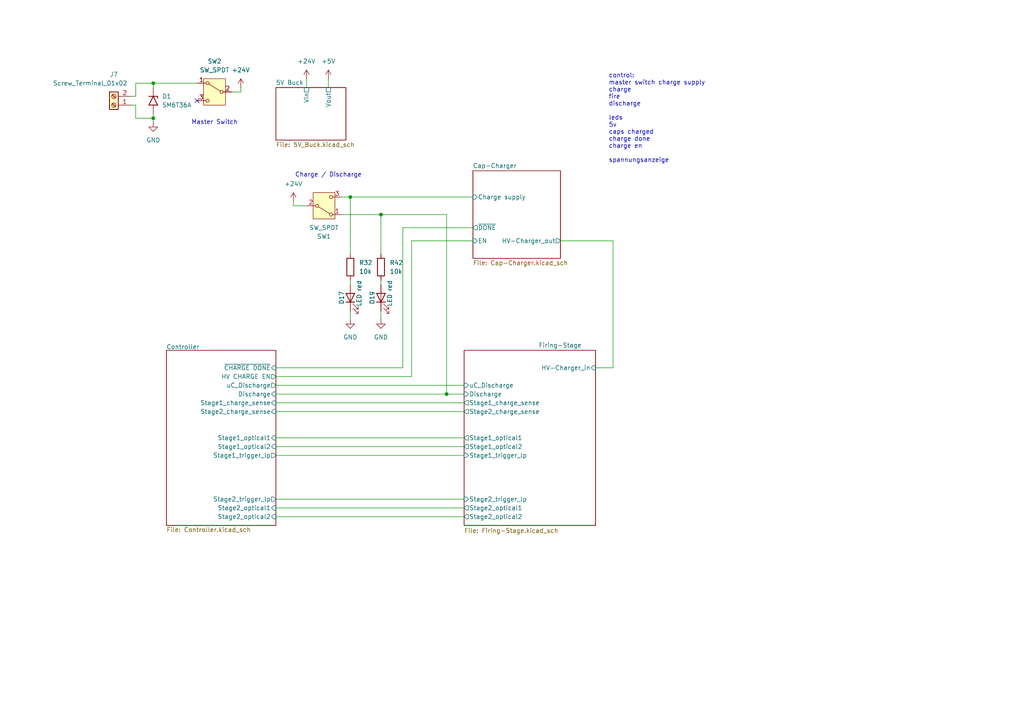
<source format=kicad_sch>
(kicad_sch (version 20250114) (generator "eeschema") (generator_version "9.0")
  (paper "A4")
  (lib_symbols
    (symbol "Connector:Screw_Terminal_01x02" (pin_names (offset 1.016) (hide yes))
      (property "Reference" "J" (at 0 2.54 0))
      (property "Value" "Screw_Terminal_01x02" (at 0 -5.08 0))
      (symbol "Screw_Terminal_01x02_1_1"
        (rectangle (start -1.27 1.27) (end 1.27 -3.81) (stroke (width 0.254)) (fill (type background)))
        (polyline (pts (xy -0.5334 0.3302) (xy 0.3302 -0.508)) (stroke (width 0.1524)))
        (polyline (pts (xy -0.5334 -2.2098) (xy 0.3302 -3.048)) (stroke (width 0.1524)))
        (polyline (pts (xy -0.3556 0.508) (xy 0.508 -0.3302)) (stroke (width 0.1524)))
        (polyline (pts (xy -0.3556 -2.032) (xy 0.508 -2.8702)) (stroke (width 0.1524)))
        (circle (center 0 0) (radius 0.635) (stroke (width 0.1524)))
        (circle (center 0 -2.54) (radius 0.635) (stroke (width 0.1524)))
        (pin passive line (at -5.08 0 0) (length 3.81) (name "Pin_1") (number "1"))
        (pin passive line (at -5.08 -2.54 0) (length 3.81) (name "Pin_2") (number "2"))
      )
    )
    (symbol "Device:LED" (pin_numbers (hide yes)) (pin_names (offset 1.016) (hide yes))
      (property "Reference" "D" (at 0 2.54 0))
      (property "Value" "LED" (at 0 -2.54 0))
      (symbol "LED_0_1"
        (polyline (pts (xy -3.048 -0.762) (xy -4.572 -2.286) (xy -3.81 -2.286) (xy -4.572 -2.286) (xy -4.572 -1.524)))
        (polyline (pts (xy -1.778 -0.762) (xy -3.302 -2.286) (xy -2.54 -2.286) (xy -3.302 -2.286) (xy -3.302 -1.524)))
        (polyline (pts (xy -1.27 0) (xy 1.27 0)))
        (polyline (pts (xy -1.27 -1.27) (xy -1.27 1.27)) (stroke (width 0.254)))
        (polyline (pts (xy 1.27 -1.27) (xy 1.27 1.27) (xy -1.27 0) (xy 1.27 -1.27)) (stroke (width 0.254)))
      )
      (symbol "LED_1_1"
        (pin passive line (at -3.81 0 0) (length 2.54) (name "K") (number "1"))
        (pin passive line (at 3.81 0 180) (length 2.54) (name "A") (number "2"))
      )
    )
    (symbol "Device:R" (pin_numbers (hide yes)) (pin_names (offset 0))
      (property "Reference" "R" (at 2.032 0 90))
      (property "Value" "R" (at 0 0 90))
      (symbol "R_0_1"
        (rectangle (start -1.016 -2.54) (end 1.016 2.54) (stroke (width 0.254)))
      )
      (symbol "R_1_1"
        (pin passive line (at 0 3.81 270) (length 1.27) (name "~") (number "1"))
        (pin passive line (at 0 -3.81 90) (length 1.27) (name "~") (number "2"))
      )
    )
    (symbol "Diode:SM6T36A" (pin_numbers (hide yes)) (pin_names (offset 1.016) (hide yes))
      (property "Reference" "D" (at 0 2.54 0))
      (property "Value" "SM6T36A" (at 0 -2.54 0))
      (symbol "SM6T36A_0_1"
        (polyline (pts (xy -0.762 1.27) (xy -1.27 1.27) (xy -1.27 -1.27)) (stroke (width 0.254)))
        (polyline (pts (xy 1.27 1.27) (xy 1.27 -1.27) (xy -1.27 0) (xy 1.27 1.27)) (stroke (width 0.254)))
      )
      (symbol "SM6T36A_1_1"
        (pin passive line (at -3.81 0 0) (length 2.54) (name "A1") (number "1"))
        (pin passive line (at 3.81 0 180) (length 2.54) (name "A2") (number "2"))
      )
    )
    (symbol "Switch:SW_SPDT" (pin_names (offset 0) (hide yes))
      (property "Reference" "SW" (at 0 5.08 0))
      (property "Value" "SW_SPDT" (at 0 -5.08 0))
      (symbol "SW_SPDT_0_1"
        (circle (center -2.032 0) (radius 0.4572))
        (polyline (pts (xy -1.651 0.254) (xy 1.651 2.286)))
        (circle (center 2.032 2.54) (radius 0.4572))
        (circle (center 2.032 -2.54) (radius 0.4572))
      )
      (symbol "SW_SPDT_1_1"
        (rectangle (start -3.175 3.81) (end 3.175 -3.81) (fill (type background)))
        (pin passive line (at -5.08 0 0) (length 2.54) (name "B") (number "2"))
        (pin passive line (at 5.08 2.54 180) (length 2.54) (name "A") (number "1"))
        (pin passive line (at 5.08 -2.54 180) (length 2.54) (name "C") (number "3"))
      )
    )
    (symbol "power:+24V" (power) (pin_numbers (hide yes)) (pin_names (offset 0) (hide yes))
      (property "Value" "+24V" (at 0 3.556 0))
      (symbol "+24V_0_1"
        (polyline (pts (xy -0.762 1.27) (xy 0 2.54)))
        (polyline (pts (xy 0 2.54) (xy 0.762 1.27)))
        (polyline (pts (xy 0 0) (xy 0 2.54)))
      )
      (symbol "+24V_1_1"
        (pin power_in line (at 0 0 90) (length 0) (name "~") (number "1"))
      )
    )
    (symbol "power:+5V" (power) (pin_numbers (hide yes)) (pin_names (offset 0) (hide yes))
      (property "Value" "+5V" (at 0 3.556 0))
      (symbol "+5V_0_1"
        (polyline (pts (xy -0.762 1.27) (xy 0 2.54)))
        (polyline (pts (xy 0 2.54) (xy 0.762 1.27)))
        (polyline (pts (xy 0 0) (xy 0 2.54)))
      )
      (symbol "+5V_1_1"
        (pin power_in line (at 0 0 90) (length 0) (name "~") (number "1"))
      )
    )
    (symbol "power:GND" (power) (pin_numbers (hide yes)) (pin_names (offset 0) (hide yes))
      (property "Value" "GND" (at 0 -3.81 0))
      (symbol "GND_0_1"
        (polyline (pts (xy 0 0) (xy 0 -1.27) (xy 1.27 -1.27) (xy 0 -2.54) (xy -1.27 -1.27) (xy 0 -1.27)))
      )
      (symbol "GND_1_1"
        (pin power_in line (at 0 0 270) (length 0) (name "~") (number "1"))
      )
    )
  )
  (text "control:\nmaster switch charge supply\ncharge\nfire\ndischarge\n\nleds\n5v\ncaps charged\ncharge done\ncharge en\n\nspannungsanzeige" (at 176.53 34.29 0) (effects (font (size 1.27 1.27)) (justify left)))
  (text "Master Switch" (at 62.23 35.56 0) (effects (font (size 1.27 1.27))))
  (text "Charge / Discharge" (at 95.25 50.8 0) (effects (font (size 1.27 1.27))))
  (junction (at 110.49 62.23))
  (junction (at 101.6 57.15))
  (junction (at 44.45 24.13))
  (junction (at 44.45 34.29))
  (junction (at 129.54 114.3))
  (no_connect (at 57.15 29.21))
  (wire (pts (xy 80.01 111.76) (xy 134.62 111.76)))
  (wire (pts (xy 110.49 62.23) (xy 129.54 62.23)))
  (wire (pts (xy 101.6 57.15) (xy 101.6 73.66)))
  (wire (pts (xy 39.37 30.48) (xy 39.37 34.29)))
  (wire (pts (xy 80.01 147.32) (xy 134.62 147.32)))
  (wire (pts (xy 39.37 27.94) (xy 38.1 27.94)))
  (wire (pts (xy 85.09 59.69) (xy 88.9 59.69)))
  (wire (pts (xy 99.06 57.15) (xy 101.6 57.15)))
  (wire (pts (xy 80.01 149.86) (xy 134.62 149.86)))
  (wire (pts (xy 110.49 81.28) (xy 110.49 82.55)))
  (wire (pts (xy 39.37 24.13) (xy 44.45 24.13)))
  (wire (pts (xy 116.84 66.04) (xy 116.84 106.68)))
  (wire (pts (xy 101.6 57.15) (xy 137.16 57.15)))
  (wire (pts (xy 137.16 66.04) (xy 116.84 66.04)))
  (wire (pts (xy 177.8 106.68) (xy 172.72 106.68)))
  (wire (pts (xy 44.45 33.02) (xy 44.45 34.29)))
  (wire (pts (xy 88.9 22.86) (xy 88.9 25.4)))
  (wire (pts (xy 129.54 114.3) (xy 134.62 114.3)))
  (wire (pts (xy 101.6 81.28) (xy 101.6 82.55)))
  (wire (pts (xy 67.31 26.67) (xy 69.85 26.67)))
  (wire (pts (xy 69.85 26.67) (xy 69.85 25.4)))
  (wire (pts (xy 110.49 62.23) (xy 110.49 73.66)))
  (wire (pts (xy 80.01 109.22) (xy 119.38 109.22)))
  (wire (pts (xy 80.01 119.38) (xy 134.62 119.38)))
  (wire (pts (xy 80.01 106.68) (xy 116.84 106.68)))
  (wire (pts (xy 44.45 34.29) (xy 44.45 35.56)))
  (wire (pts (xy 85.09 58.42) (xy 85.09 59.69)))
  (wire (pts (xy 44.45 24.13) (xy 44.45 25.4)))
  (wire (pts (xy 39.37 30.48) (xy 38.1 30.48)))
  (wire (pts (xy 80.01 129.54) (xy 134.62 129.54)))
  (wire (pts (xy 129.54 114.3) (xy 129.54 62.23)))
  (wire (pts (xy 162.56 69.85) (xy 177.8 69.85)))
  (wire (pts (xy 80.01 127) (xy 134.62 127)))
  (wire (pts (xy 101.6 90.17) (xy 101.6 92.71)))
  (wire (pts (xy 99.06 62.23) (xy 110.49 62.23)))
  (wire (pts (xy 177.8 69.85) (xy 177.8 106.68)))
  (wire (pts (xy 80.01 144.78) (xy 134.62 144.78)))
  (wire (pts (xy 119.38 109.22) (xy 119.38 69.85)))
  (wire (pts (xy 110.49 90.17) (xy 110.49 92.71)))
  (wire (pts (xy 80.01 132.08) (xy 134.62 132.08)))
  (wire (pts (xy 80.01 116.84) (xy 134.62 116.84)))
  (wire (pts (xy 39.37 24.13) (xy 39.37 27.94)))
  (wire (pts (xy 80.01 114.3) (xy 129.54 114.3)))
  (wire (pts (xy 95.25 22.86) (xy 95.25 25.4)))
  (wire (pts (xy 39.37 34.29) (xy 44.45 34.29)))
  (wire (pts (xy 44.45 24.13) (xy 57.15 24.13)))
  (wire (pts (xy 119.38 69.85) (xy 137.16 69.85)))
  (symbol (lib_id "power:+24V") (at 69.85 25.4 0) (unit 1)
    (property "Reference" "#PWR02" (effects (hide yes)))
    (property "Value" "+24V" (at 69.85 20.32 0))
    (property "Description" "Power symbol creates a global label with name \"+24V\"" (effects (hide yes)))
  )
  (symbol (lib_id "Device:R") (at 101.6 77.47 180) (unit 1)
    (property "Reference" "R32" (at 104.14 76.1999 0) (effects (justify right)))
    (property "Value" "10k" (at 104.14 78.7399 0) (effects (justify right)))
    (property "Footprint" "Resistor_SMD:R_0805_2012Metric_Pad1.20x1.40mm_HandSolder" (effects (hide yes)))
    (property "Description" "Resistor" (effects (hide yes)))
    (property "MPN" "RC0805FR-0710KL" (effects (hide yes)))
  )
  (symbol (lib_id "power:GND") (at 44.45 35.56 0) (unit 1)
    (property "Reference" "#PWR01" (effects (hide yes)))
    (property "Value" "GND" (at 44.45 40.64 0))
    (property "Description" "Power symbol creates a global label with name \"GND\" , ground" (effects (hide yes)))
  )
  (symbol (lib_id "power:GND") (at 110.49 92.71 0) (unit 1)
    (property "Reference" "#PWR037" (effects (hide yes)))
    (property "Value" "GND" (at 110.49 97.79 0))
    (property "Description" "Power symbol creates a global label with name \"GND\" , ground" (effects (hide yes)))
  )
  (symbol (lib_id "Connector:Screw_Terminal_01x02") (at 33.02 30.48 180) (unit 1)
    (property "Reference" "J7" (at 33.02 21.59 0))
    (property "Value" "Screw_Terminal_01x02" (at 26.162 24.13 0))
    (property "Footprint" "TerminalBlock_Phoenix:TerminalBlock_Phoenix_MKDS-1,5-2-5.08_1x02_P5.08mm_Horizontal" (effects (hide yes)))
    (property "Description" "Generic screw terminal, single row, 01x02, script generated (kicad-library-utils/schlib/autogen/connector/)" (effects (hide yes)))
  )
  (symbol (lib_id "power:GND") (at 101.6 92.71 0) (unit 1)
    (property "Reference" "#PWR036" (effects (hide yes)))
    (property "Value" "GND" (at 101.6 97.79 0))
    (property "Description" "Power symbol creates a global label with name \"GND\" , ground" (effects (hide yes)))
  )
  (symbol (lib_id "Device:LED") (at 110.49 86.36 90) (unit 1)
    (property "Reference" "D19" (at 107.95 86.36 0))
    (property "Value" "LED red" (at 113.03 85.09 0))
    (property "Footprint" "LED_THT:LED_D5.0mm" (effects (hide yes)))
    (property "Description" "Light emitting diode" (effects (hide yes)))
    (property "Sim.Pins" "1=K 2=A" (effects (hide yes)))
    (property "MPN" "151051RS11000" (effects (hide yes)))
  )
  (symbol (lib_id "Diode:SM6T36A") (at 44.45 29.21 270) (unit 1)
    (property "Reference" "D1" (at 46.99 27.9399 90) (effects (justify left)))
    (property "Value" "SM6T36A" (at 46.99 30.4799 90) (effects (justify left)))
    (property "Footprint" "Diode_SMD:D_SMB" (effects (hide yes)))
    (property "Datasheet" "https://www.st.com/resource/en/datasheet/sm6t.pdf" (effects (hide yes)))
    (property "Description" "600W unidirectional Transil Transient Voltage Suppressor, 36Vrwm, DO-214AA" (effects (hide yes)))
    (property "MPN" "SM6T36A" (effects (hide yes)))
  )
  (symbol (lib_id "Switch:SW_SPDT") (at 93.98 59.69 0) (mirror x) (unit 1)
    (property "Reference" "SW1" (at 93.98 68.58 0))
    (property "Value" "SW_SPDT" (at 93.98 66.04 0))
    (property "Footprint" "00_Library:Toggle_Switch_SPDT_PCB" (effects (hide yes)))
    (property "Datasheet" "https://app.adam-tech.com/products/download/data_sheet/203458/sw-t2-2x-a-a2-m1-data-sheet.pdf" (effects (hide yes)))
    (property "Description" "Switch, single pole double throw" (effects (hide yes)))
    (property "MPN" "SW-T2-2E-A-A2-M1" (effects (hide yes)))
  )
  (symbol (lib_id "power:+24V") (at 85.09 58.42 0) (unit 1)
    (property "Reference" "#PWR053" (effects (hide yes)))
    (property "Value" "+24V" (at 85.09 53.34 0))
    (property "Description" "Power symbol creates a global label with name \"+24V\"" (effects (hide yes)))
  )
  (symbol (lib_id "power:+24V") (at 88.9 22.86 0) (unit 1)
    (property "Reference" "#PWR03" (effects (hide yes)))
    (property "Value" "+24V" (at 88.9 17.78 0))
    (property "Description" "Power symbol creates a global label with name \"+24V\"" (effects (hide yes)))
  )
  (symbol (lib_id "power:+5V") (at 95.25 22.86 0) (unit 1)
    (property "Reference" "#PWR020" (effects (hide yes)))
    (property "Value" "+5V" (at 95.25 17.78 0))
    (property "Description" "Power symbol creates a global label with name \"+5V\"" (effects (hide yes)))
  )
  (symbol (lib_id "Device:R") (at 110.49 77.47 180) (unit 1)
    (property "Reference" "R42" (at 113.03 76.1999 0) (effects (justify right)))
    (property "Value" "10k" (at 113.03 78.7399 0) (effects (justify right)))
    (property "Footprint" "Resistor_SMD:R_0805_2012Metric_Pad1.20x1.40mm_HandSolder" (effects (hide yes)))
    (property "Description" "Resistor" (effects (hide yes)))
    (property "MPN" "RC0805FR-0710KL" (effects (hide yes)))
  )
  (symbol (lib_id "Switch:SW_SPDT") (at 62.23 26.67 0) (mirror y) (unit 1)
    (property "Reference" "SW2" (at 62.23 17.78 0))
    (property "Value" "SW_SPDT" (at 62.23 20.32 0))
    (property "Footprint" "00_Library:Toggle_Switch_SPDT_PCB" (effects (hide yes)))
    (property "Datasheet" "https://app.adam-tech.com/products/download/data_sheet/203458/sw-t2-2x-a-a2-m1-data-sheet.pdf" (effects (hide yes)))
    (property "Description" "Switch, single pole double throw" (effects (hide yes)))
    (property "MPN" "SW-T2-2E-A-A2-M1" (effects (hide yes)))
  )
  (symbol (lib_id "Device:LED") (at 101.6 86.36 90) (unit 1)
    (property "Reference" "D17" (at 99.06 86.36 0))
    (property "Value" "LED red" (at 104.14 85.09 0))
    (property "Footprint" "LED_THT:LED_D5.0mm" (effects (hide yes)))
    (property "Description" "Light emitting diode" (effects (hide yes)))
    (property "Sim.Pins" "1=K 2=A" (effects (hide yes)))
    (property "MPN" "151051RS11000" (effects (hide yes)))
  )
  (sheet (at 134.62 101.6) (size 38.1 50.8) (stroke (width 0.1524))
    (property "Sheetname" "Firing-Stage" (at 156.21 100.8884 0) (effects (justify left bottom)))
    (property "Sheetfile" "Firing-Stage.kicad_sch" (at 134.62 153.162 0) (effects (justify left top)))
    (pin "HV-Charger_in" input (at 172.72 106.68 0))
    (pin "Stage1_charge_sense" output (at 134.62 116.84 180))
    (pin "Stage1_optical1" output (at 134.62 127 180))
    (pin "Stage1_optical2" output (at 134.62 129.54 180))
    (pin "Stage1_trigger_lp" input (at 134.62 132.08 180))
    (pin "Stage2_charge_sense" output (at 134.62 119.38 180))
    (pin "Stage2_optical1" output (at 134.62 147.32 180))
    (pin "Stage2_optical2" output (at 134.62 149.86 180))
    (pin "Stage2_trigger_lp" input (at 134.62 144.78 180))
    (pin "Discharge" input (at 134.62 114.3 180))
    (pin "uC_Discharge" input (at 134.62 111.76 180))
  )
  (sheet (at 80.01 25.4) (size 20.32 15.24) (stroke (width 0.1524))
    (property "Sheetname" "5V Buck" (at 80.01 24.6884 0) (effects (justify left bottom)))
    (property "Sheetfile" "5V_Buck.kicad_sch" (at 80.01 41.2246 0) (effects (justify left top)))
    (pin "Vout" passive (at 95.25 25.4 90))
    (pin "Vin" passive (at 88.9 25.4 90))
  )
  (sheet (at 137.16 49.53) (size 25.4 25.4) (stroke (width 0.1524))
    (property "Sheetname" "Cap-Charger" (at 137.16 48.8184 0) (effects (justify left bottom)))
    (property "Sheetfile" "Cap-Charger.kicad_sch" (at 137.16 75.5146 0) (effects (justify left top)))
    (pin "EN" input (at 137.16 69.85 180))
    (pin "HV-Charger_out" output (at 162.56 69.85 0))
    (pin "~{DONE}" output (at 137.16 66.04 180))
    (pin "Charge supply" input (at 137.16 57.15 180))
  )
  (sheet (at 48.26 101.6) (size 31.75 50.8) (stroke (width 0.1524))
    (property "Sheetname" "Controller" (at 48.26 101.346 0) (effects (justify left bottom)))
    (property "Sheetfile" "Controller.kicad_sch" (at 48.26 152.908 0) (effects (justify left top)))
    (pin "Stage1_charge_sense" input (at 80.01 116.84 0))
    (pin "Stage1_optical1" input (at 80.01 127 0))
    (pin "Stage1_optical2" input (at 80.01 129.54 0))
    (pin "Stage1_trigger_lp" output (at 80.01 132.08 0))
    (pin "Stage2_charge_sense" input (at 80.01 119.38 0))
    (pin "Stage2_optical1" input (at 80.01 147.32 0))
    (pin "Stage2_optical2" input (at 80.01 149.86 0))
    (pin "Stage2_trigger_lp" output (at 80.01 144.78 0))
    (pin "HV CHARGE EN" output (at 80.01 109.22 0))
    (pin "~{CHARGE DONE}" input (at 80.01 106.68 0))
    (pin "Discharge" input (at 80.01 114.3 0))
    (pin "uC_Discharge" output (at 80.01 111.76 0))
  )
)
</source>
